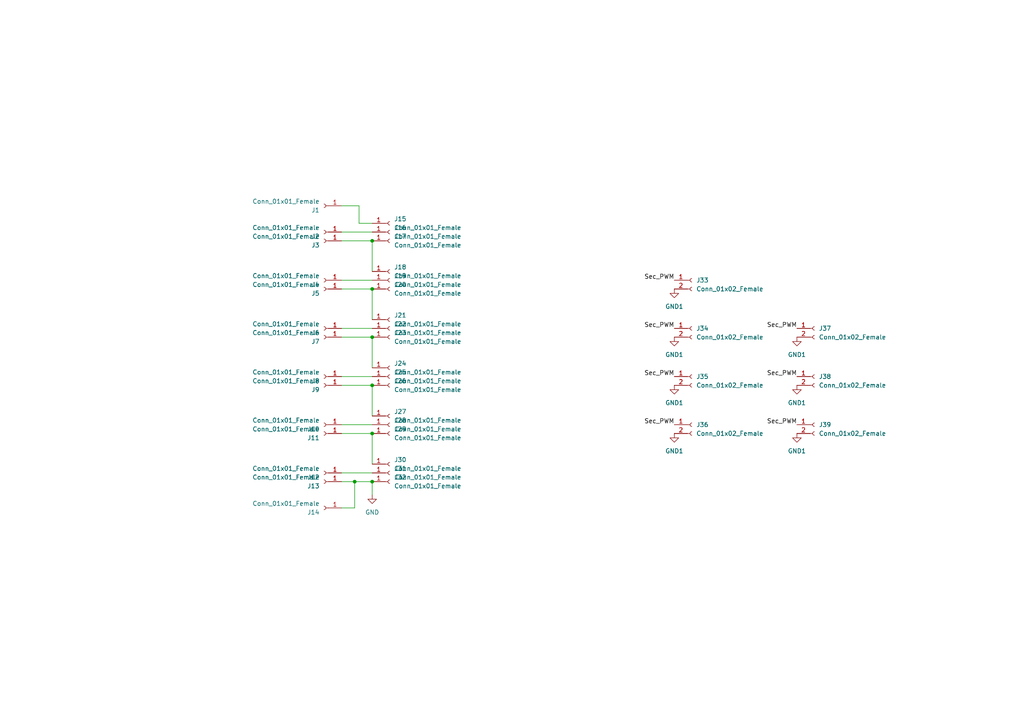
<source format=kicad_sch>
(kicad_sch (version 20211123) (generator eeschema)

  (uuid 9f8381e9-3077-4453-a480-a01ad9c1a940)

  (paper "A4")

  (lib_symbols
    (symbol "Connector:Conn_01x01_Female" (pin_names (offset 1.016) hide) (in_bom yes) (on_board yes)
      (property "Reference" "J" (id 0) (at 0 2.54 0)
        (effects (font (size 1.27 1.27)))
      )
      (property "Value" "Conn_01x01_Female" (id 1) (at 0 -2.54 0)
        (effects (font (size 1.27 1.27)))
      )
      (property "Footprint" "" (id 2) (at 0 0 0)
        (effects (font (size 1.27 1.27)) hide)
      )
      (property "Datasheet" "~" (id 3) (at 0 0 0)
        (effects (font (size 1.27 1.27)) hide)
      )
      (property "ki_keywords" "connector" (id 4) (at 0 0 0)
        (effects (font (size 1.27 1.27)) hide)
      )
      (property "ki_description" "Generic connector, single row, 01x01, script generated (kicad-library-utils/schlib/autogen/connector/)" (id 5) (at 0 0 0)
        (effects (font (size 1.27 1.27)) hide)
      )
      (property "ki_fp_filters" "Connector*:*" (id 6) (at 0 0 0)
        (effects (font (size 1.27 1.27)) hide)
      )
      (symbol "Conn_01x01_Female_1_1"
        (polyline
          (pts
            (xy -1.27 0)
            (xy -0.508 0)
          )
          (stroke (width 0.1524) (type default) (color 0 0 0 0))
          (fill (type none))
        )
        (arc (start 0 0.508) (mid -0.508 0) (end 0 -0.508)
          (stroke (width 0.1524) (type default) (color 0 0 0 0))
          (fill (type none))
        )
        (pin passive line (at -5.08 0 0) (length 3.81)
          (name "Pin_1" (effects (font (size 1.27 1.27))))
          (number "1" (effects (font (size 1.27 1.27))))
        )
      )
    )
    (symbol "Connector:Conn_01x02_Female" (pin_names (offset 1.016) hide) (in_bom yes) (on_board yes)
      (property "Reference" "J" (id 0) (at 0 2.54 0)
        (effects (font (size 1.27 1.27)))
      )
      (property "Value" "Conn_01x02_Female" (id 1) (at 0 -5.08 0)
        (effects (font (size 1.27 1.27)))
      )
      (property "Footprint" "" (id 2) (at 0 0 0)
        (effects (font (size 1.27 1.27)) hide)
      )
      (property "Datasheet" "~" (id 3) (at 0 0 0)
        (effects (font (size 1.27 1.27)) hide)
      )
      (property "ki_keywords" "connector" (id 4) (at 0 0 0)
        (effects (font (size 1.27 1.27)) hide)
      )
      (property "ki_description" "Generic connector, single row, 01x02, script generated (kicad-library-utils/schlib/autogen/connector/)" (id 5) (at 0 0 0)
        (effects (font (size 1.27 1.27)) hide)
      )
      (property "ki_fp_filters" "Connector*:*_1x??_*" (id 6) (at 0 0 0)
        (effects (font (size 1.27 1.27)) hide)
      )
      (symbol "Conn_01x02_Female_1_1"
        (arc (start 0 -2.032) (mid -0.508 -2.54) (end 0 -3.048)
          (stroke (width 0.1524) (type default) (color 0 0 0 0))
          (fill (type none))
        )
        (polyline
          (pts
            (xy -1.27 -2.54)
            (xy -0.508 -2.54)
          )
          (stroke (width 0.1524) (type default) (color 0 0 0 0))
          (fill (type none))
        )
        (polyline
          (pts
            (xy -1.27 0)
            (xy -0.508 0)
          )
          (stroke (width 0.1524) (type default) (color 0 0 0 0))
          (fill (type none))
        )
        (arc (start 0 0.508) (mid -0.508 0) (end 0 -0.508)
          (stroke (width 0.1524) (type default) (color 0 0 0 0))
          (fill (type none))
        )
        (pin passive line (at -5.08 0 0) (length 3.81)
          (name "Pin_1" (effects (font (size 1.27 1.27))))
          (number "1" (effects (font (size 1.27 1.27))))
        )
        (pin passive line (at -5.08 -2.54 0) (length 3.81)
          (name "Pin_2" (effects (font (size 1.27 1.27))))
          (number "2" (effects (font (size 1.27 1.27))))
        )
      )
    )
    (symbol "power:GND" (power) (pin_names (offset 0)) (in_bom yes) (on_board yes)
      (property "Reference" "#PWR" (id 0) (at 0 -6.35 0)
        (effects (font (size 1.27 1.27)) hide)
      )
      (property "Value" "GND" (id 1) (at 0 -3.81 0)
        (effects (font (size 1.27 1.27)))
      )
      (property "Footprint" "" (id 2) (at 0 0 0)
        (effects (font (size 1.27 1.27)) hide)
      )
      (property "Datasheet" "" (id 3) (at 0 0 0)
        (effects (font (size 1.27 1.27)) hide)
      )
      (property "ki_keywords" "power-flag" (id 4) (at 0 0 0)
        (effects (font (size 1.27 1.27)) hide)
      )
      (property "ki_description" "Power symbol creates a global label with name \"GND\" , ground" (id 5) (at 0 0 0)
        (effects (font (size 1.27 1.27)) hide)
      )
      (symbol "GND_0_1"
        (polyline
          (pts
            (xy 0 0)
            (xy 0 -1.27)
            (xy 1.27 -1.27)
            (xy 0 -2.54)
            (xy -1.27 -1.27)
            (xy 0 -1.27)
          )
          (stroke (width 0) (type default) (color 0 0 0 0))
          (fill (type none))
        )
      )
      (symbol "GND_1_1"
        (pin power_in line (at 0 0 270) (length 0) hide
          (name "GND" (effects (font (size 1.27 1.27))))
          (number "1" (effects (font (size 1.27 1.27))))
        )
      )
    )
    (symbol "power:GND1" (power) (pin_names (offset 0)) (in_bom yes) (on_board yes)
      (property "Reference" "#PWR" (id 0) (at 0 -6.35 0)
        (effects (font (size 1.27 1.27)) hide)
      )
      (property "Value" "GND1" (id 1) (at 0 -3.81 0)
        (effects (font (size 1.27 1.27)))
      )
      (property "Footprint" "" (id 2) (at 0 0 0)
        (effects (font (size 1.27 1.27)) hide)
      )
      (property "Datasheet" "" (id 3) (at 0 0 0)
        (effects (font (size 1.27 1.27)) hide)
      )
      (property "ki_keywords" "power-flag" (id 4) (at 0 0 0)
        (effects (font (size 1.27 1.27)) hide)
      )
      (property "ki_description" "Power symbol creates a global label with name \"GND1\" , ground" (id 5) (at 0 0 0)
        (effects (font (size 1.27 1.27)) hide)
      )
      (symbol "GND1_0_1"
        (polyline
          (pts
            (xy 0 0)
            (xy 0 -1.27)
            (xy 1.27 -1.27)
            (xy 0 -2.54)
            (xy -1.27 -1.27)
            (xy 0 -1.27)
          )
          (stroke (width 0) (type default) (color 0 0 0 0))
          (fill (type none))
        )
      )
      (symbol "GND1_1_1"
        (pin power_in line (at 0 0 270) (length 0) hide
          (name "GND1" (effects (font (size 1.27 1.27))))
          (number "1" (effects (font (size 1.27 1.27))))
        )
      )
    )
  )

  (junction (at 107.95 139.7) (diameter 0) (color 0 0 0 0)
    (uuid 06ea5c99-d4c4-44d1-86a6-063c7176d7ae)
  )
  (junction (at 107.95 69.85) (diameter 0) (color 0 0 0 0)
    (uuid 23b63769-5395-4863-96ad-dbd260947c9c)
  )
  (junction (at 107.95 83.82) (diameter 0) (color 0 0 0 0)
    (uuid 666dba2c-4efa-4a66-9951-5efeced613c3)
  )
  (junction (at 107.95 111.76) (diameter 0) (color 0 0 0 0)
    (uuid 6741e6e7-c347-44bb-b5e2-68d3011f17f3)
  )
  (junction (at 107.95 97.79) (diameter 0) (color 0 0 0 0)
    (uuid 98822ddd-c5ea-4039-954a-b97b69276182)
  )
  (junction (at 107.95 125.73) (diameter 0) (color 0 0 0 0)
    (uuid a6a61410-bf20-4c4a-bac1-603674236755)
  )
  (junction (at 102.87 139.7) (diameter 0) (color 0 0 0 0)
    (uuid ddbfbf66-e8fc-4292-ac81-d5ebfd547190)
  )

  (wire (pts (xy 107.95 125.73) (xy 107.95 134.62))
    (stroke (width 0) (type default) (color 0 0 0 0))
    (uuid 18fb2632-7fd7-4f04-b983-95e9ce11c3b9)
  )
  (wire (pts (xy 107.95 139.7) (xy 107.95 143.51))
    (stroke (width 0) (type default) (color 0 0 0 0))
    (uuid 2959642b-0efd-4e0b-9906-0bb1534e765f)
  )
  (wire (pts (xy 102.87 147.32) (xy 102.87 139.7))
    (stroke (width 0) (type default) (color 0 0 0 0))
    (uuid 3d127091-af90-4fe7-9a25-596f763c87ca)
  )
  (wire (pts (xy 99.06 83.82) (xy 107.95 83.82))
    (stroke (width 0) (type default) (color 0 0 0 0))
    (uuid 4334cdb7-ed8c-4501-8722-9a4d683234ce)
  )
  (wire (pts (xy 104.14 64.77) (xy 107.95 64.77))
    (stroke (width 0) (type default) (color 0 0 0 0))
    (uuid 51008698-a486-46c4-ba92-2a8fe74d7320)
  )
  (wire (pts (xy 99.06 67.31) (xy 107.95 67.31))
    (stroke (width 0) (type default) (color 0 0 0 0))
    (uuid 6b1d2bb4-e07d-457a-8332-a57b8b4363ef)
  )
  (wire (pts (xy 107.95 111.76) (xy 107.95 120.65))
    (stroke (width 0) (type default) (color 0 0 0 0))
    (uuid 72f9e38e-6b7e-45ee-b753-0f0440199cea)
  )
  (wire (pts (xy 99.06 111.76) (xy 107.95 111.76))
    (stroke (width 0) (type default) (color 0 0 0 0))
    (uuid 7706cab0-89a9-4600-953d-f68c0d23871a)
  )
  (wire (pts (xy 99.06 147.32) (xy 102.87 147.32))
    (stroke (width 0) (type default) (color 0 0 0 0))
    (uuid 7e2b732b-9548-4f88-a4a9-420d273196e7)
  )
  (wire (pts (xy 99.06 59.69) (xy 104.14 59.69))
    (stroke (width 0) (type default) (color 0 0 0 0))
    (uuid 896f1db5-e407-4dbc-9e73-68edceaa30cb)
  )
  (wire (pts (xy 99.06 69.85) (xy 107.95 69.85))
    (stroke (width 0) (type default) (color 0 0 0 0))
    (uuid 8f3ecacd-dd72-4dec-a677-60562c10093a)
  )
  (wire (pts (xy 99.06 109.22) (xy 107.95 109.22))
    (stroke (width 0) (type default) (color 0 0 0 0))
    (uuid 91e6c723-73d2-4a89-a3ae-c6157f4a21b0)
  )
  (wire (pts (xy 99.06 125.73) (xy 107.95 125.73))
    (stroke (width 0) (type default) (color 0 0 0 0))
    (uuid 999b7601-6ef8-4e44-a7d7-8e91c1baa2a3)
  )
  (wire (pts (xy 99.06 123.19) (xy 107.95 123.19))
    (stroke (width 0) (type default) (color 0 0 0 0))
    (uuid 9a62ebeb-2d9f-47b4-b43c-b1ade73005ae)
  )
  (wire (pts (xy 99.06 81.28) (xy 107.95 81.28))
    (stroke (width 0) (type default) (color 0 0 0 0))
    (uuid 9e8d8f17-87d8-4b2e-93fe-716fa5e1b184)
  )
  (wire (pts (xy 107.95 97.79) (xy 107.95 106.68))
    (stroke (width 0) (type default) (color 0 0 0 0))
    (uuid ad5566bc-3ca1-4f5f-adc8-57db32930298)
  )
  (wire (pts (xy 99.06 139.7) (xy 102.87 139.7))
    (stroke (width 0) (type default) (color 0 0 0 0))
    (uuid bb36a3d7-ffb8-4b0c-9f34-d38e8733dfb4)
  )
  (wire (pts (xy 107.95 69.85) (xy 107.95 78.74))
    (stroke (width 0) (type default) (color 0 0 0 0))
    (uuid c1a012f8-e349-48f0-a8fc-180968e4b3d2)
  )
  (wire (pts (xy 102.87 139.7) (xy 107.95 139.7))
    (stroke (width 0) (type default) (color 0 0 0 0))
    (uuid d969d1ee-9c0f-4ca9-a310-49ba60a0ab55)
  )
  (wire (pts (xy 99.06 137.16) (xy 107.95 137.16))
    (stroke (width 0) (type default) (color 0 0 0 0))
    (uuid da02eab4-f125-4368-9e3c-c02d2cb40dfa)
  )
  (wire (pts (xy 99.06 95.25) (xy 107.95 95.25))
    (stroke (width 0) (type default) (color 0 0 0 0))
    (uuid df1c6888-096e-43b7-8747-1f9f0140ea87)
  )
  (wire (pts (xy 107.95 83.82) (xy 107.95 92.71))
    (stroke (width 0) (type default) (color 0 0 0 0))
    (uuid ec0dc155-2a3b-4578-bed2-6d39a29c3601)
  )
  (wire (pts (xy 99.06 97.79) (xy 107.95 97.79))
    (stroke (width 0) (type default) (color 0 0 0 0))
    (uuid f42ace10-3bb8-405a-a461-136cbaa435a7)
  )
  (wire (pts (xy 104.14 59.69) (xy 104.14 64.77))
    (stroke (width 0) (type default) (color 0 0 0 0))
    (uuid f5141d55-9ea2-48d8-b641-d4f15b670b2a)
  )

  (label "Sec_PWM" (at 195.58 95.25 180)
    (effects (font (size 1.27 1.27)) (justify right bottom))
    (uuid 050dd68d-43f9-42ba-887c-ce4349f862d2)
  )
  (label "Sec_PWM" (at 195.58 109.22 180)
    (effects (font (size 1.27 1.27)) (justify right bottom))
    (uuid 4cd3fc73-024c-49f3-9c7b-efcf178d4bf7)
  )
  (label "Sec_PWM" (at 231.14 109.22 180)
    (effects (font (size 1.27 1.27)) (justify right bottom))
    (uuid 56657517-29d4-4d85-8cb3-ea012fbfb647)
  )
  (label "Sec_PWM" (at 195.58 81.28 180)
    (effects (font (size 1.27 1.27)) (justify right bottom))
    (uuid 8b40eb8b-0228-47cc-a951-c868c92cad9d)
  )
  (label "Sec_PWM" (at 195.58 123.19 180)
    (effects (font (size 1.27 1.27)) (justify right bottom))
    (uuid ac9dce3d-3e0e-40bc-ba22-41a6f8525cae)
  )
  (label "Sec_PWM" (at 231.14 95.25 180)
    (effects (font (size 1.27 1.27)) (justify right bottom))
    (uuid dc62daf0-3252-4c7c-9783-525c6b70871c)
  )
  (label "Sec_PWM" (at 231.14 123.19 180)
    (effects (font (size 1.27 1.27)) (justify right bottom))
    (uuid f6e1e9c2-9061-483d-a0ce-2f41aa2e99bc)
  )

  (symbol (lib_id "power:GND1") (at 231.14 97.79 0) (unit 1)
    (in_bom yes) (on_board yes) (fields_autoplaced)
    (uuid 06d6d6e3-0bb3-4904-891e-3fd520809911)
    (property "Reference" "#PWR06" (id 0) (at 231.14 104.14 0)
      (effects (font (size 1.27 1.27)) hide)
    )
    (property "Value" "GND1" (id 1) (at 231.14 102.87 0))
    (property "Footprint" "" (id 2) (at 231.14 97.79 0)
      (effects (font (size 1.27 1.27)) hide)
    )
    (property "Datasheet" "" (id 3) (at 231.14 97.79 0)
      (effects (font (size 1.27 1.27)) hide)
    )
    (pin "1" (uuid cc3eceed-fe59-4c05-b501-b1382faad797))
  )

  (symbol (lib_id "Connector:Conn_01x02_Female") (at 200.66 81.28 0) (unit 1)
    (in_bom yes) (on_board yes) (fields_autoplaced)
    (uuid 07fca87f-d691-492e-8985-984ee868cb38)
    (property "Reference" "J33" (id 0) (at 201.93 81.2799 0)
      (effects (font (size 1.27 1.27)) (justify left))
    )
    (property "Value" "Conn_01x02_Female" (id 1) (at 201.93 83.8199 0)
      (effects (font (size 1.27 1.27)) (justify left))
    )
    (property "Footprint" "Connector_PinHeader_2.54mm:PinHeader_1x02_P2.54mm_Vertical" (id 2) (at 200.66 81.28 0)
      (effects (font (size 1.27 1.27)) hide)
    )
    (property "Datasheet" "~" (id 3) (at 200.66 81.28 0)
      (effects (font (size 1.27 1.27)) hide)
    )
    (pin "1" (uuid c4ecd14b-b689-4b96-a3a8-cc5c52a0ace2))
    (pin "2" (uuid 260ac296-c472-4159-a04f-aaa5a21e2d24))
  )

  (symbol (lib_id "power:GND1") (at 195.58 111.76 0) (unit 1)
    (in_bom yes) (on_board yes) (fields_autoplaced)
    (uuid 0e9bcdc6-86c4-4639-88ff-2f29e7e0fb58)
    (property "Reference" "#PWR04" (id 0) (at 195.58 118.11 0)
      (effects (font (size 1.27 1.27)) hide)
    )
    (property "Value" "GND1" (id 1) (at 195.58 116.84 0))
    (property "Footprint" "" (id 2) (at 195.58 111.76 0)
      (effects (font (size 1.27 1.27)) hide)
    )
    (property "Datasheet" "" (id 3) (at 195.58 111.76 0)
      (effects (font (size 1.27 1.27)) hide)
    )
    (pin "1" (uuid 4801e3bd-080c-4175-be10-cf757ccd91bb))
  )

  (symbol (lib_id "Connector:Conn_01x01_Female") (at 113.03 81.28 0) (unit 1)
    (in_bom yes) (on_board yes) (fields_autoplaced)
    (uuid 11bc81f9-dd2d-46fd-a648-0c46661de489)
    (property "Reference" "J19" (id 0) (at 114.3 80.0099 0)
      (effects (font (size 1.27 1.27)) (justify left))
    )
    (property "Value" "Conn_01x01_Female" (id 1) (at 114.3 82.5499 0)
      (effects (font (size 1.27 1.27)) (justify left))
    )
    (property "Footprint" "Mike's Footprints:VerticalBananaPlug" (id 2) (at 113.03 81.28 0)
      (effects (font (size 1.27 1.27)) hide)
    )
    (property "Datasheet" "~" (id 3) (at 113.03 81.28 0)
      (effects (font (size 1.27 1.27)) hide)
    )
    (pin "1" (uuid d05178fe-de67-4f92-b7c4-55f98cf3bb4f))
  )

  (symbol (lib_id "Connector:Conn_01x01_Female") (at 113.03 78.74 0) (unit 1)
    (in_bom yes) (on_board yes) (fields_autoplaced)
    (uuid 19e98346-9ff5-4780-a0ff-39b8bda9823d)
    (property "Reference" "J18" (id 0) (at 114.3 77.4699 0)
      (effects (font (size 1.27 1.27)) (justify left))
    )
    (property "Value" "Conn_01x01_Female" (id 1) (at 114.3 80.0099 0)
      (effects (font (size 1.27 1.27)) (justify left))
    )
    (property "Footprint" "Mike's Footprints:VerticalBananaPlug" (id 2) (at 113.03 78.74 0)
      (effects (font (size 1.27 1.27)) hide)
    )
    (property "Datasheet" "~" (id 3) (at 113.03 78.74 0)
      (effects (font (size 1.27 1.27)) hide)
    )
    (pin "1" (uuid 17a38d5c-9d96-45b6-a9d3-b3620484bc7b))
  )

  (symbol (lib_id "Connector:Conn_01x01_Female") (at 93.98 137.16 180) (unit 1)
    (in_bom yes) (on_board yes) (fields_autoplaced)
    (uuid 21b41bb9-1e1a-4729-8006-028a33b1565b)
    (property "Reference" "J12" (id 0) (at 92.71 138.4301 0)
      (effects (font (size 1.27 1.27)) (justify left))
    )
    (property "Value" "Conn_01x01_Female" (id 1) (at 92.71 135.8901 0)
      (effects (font (size 1.27 1.27)) (justify left))
    )
    (property "Footprint" "Mike's Footprints:deltronconnector" (id 2) (at 93.98 137.16 0)
      (effects (font (size 1.27 1.27)) hide)
    )
    (property "Datasheet" "~" (id 3) (at 93.98 137.16 0)
      (effects (font (size 1.27 1.27)) hide)
    )
    (pin "1" (uuid 4583ba84-2e64-40e4-ace1-b5b09a5060e7))
  )

  (symbol (lib_id "Connector:Conn_01x01_Female") (at 93.98 109.22 180) (unit 1)
    (in_bom yes) (on_board yes) (fields_autoplaced)
    (uuid 2236a7b1-cb66-4a74-92a4-712e60358a6e)
    (property "Reference" "J8" (id 0) (at 92.71 110.4901 0)
      (effects (font (size 1.27 1.27)) (justify left))
    )
    (property "Value" "Conn_01x01_Female" (id 1) (at 92.71 107.9501 0)
      (effects (font (size 1.27 1.27)) (justify left))
    )
    (property "Footprint" "Mike's Footprints:deltronconnector" (id 2) (at 93.98 109.22 0)
      (effects (font (size 1.27 1.27)) hide)
    )
    (property "Datasheet" "~" (id 3) (at 93.98 109.22 0)
      (effects (font (size 1.27 1.27)) hide)
    )
    (pin "1" (uuid 9f7b4366-c5ee-4a95-8615-d6b372537eb3))
  )

  (symbol (lib_id "Connector:Conn_01x01_Female") (at 113.03 134.62 0) (unit 1)
    (in_bom yes) (on_board yes) (fields_autoplaced)
    (uuid 2af28fc1-2f30-4db1-b090-de42e01ffee7)
    (property "Reference" "J30" (id 0) (at 114.3 133.3499 0)
      (effects (font (size 1.27 1.27)) (justify left))
    )
    (property "Value" "Conn_01x01_Female" (id 1) (at 114.3 135.8899 0)
      (effects (font (size 1.27 1.27)) (justify left))
    )
    (property "Footprint" "Mike's Footprints:VerticalBananaPlug" (id 2) (at 113.03 134.62 0)
      (effects (font (size 1.27 1.27)) hide)
    )
    (property "Datasheet" "~" (id 3) (at 113.03 134.62 0)
      (effects (font (size 1.27 1.27)) hide)
    )
    (pin "1" (uuid db055c7d-b99a-4187-ae98-4dbacd1cabe2))
  )

  (symbol (lib_id "Connector:Conn_01x01_Female") (at 93.98 59.69 180) (unit 1)
    (in_bom yes) (on_board yes) (fields_autoplaced)
    (uuid 2df5e10c-5f65-441d-8fe9-cb63a6b46c79)
    (property "Reference" "J1" (id 0) (at 92.71 60.9601 0)
      (effects (font (size 1.27 1.27)) (justify left))
    )
    (property "Value" "Conn_01x01_Female" (id 1) (at 92.71 58.4201 0)
      (effects (font (size 1.27 1.27)) (justify left))
    )
    (property "Footprint" "Mike's Footprints:deltronconnector" (id 2) (at 93.98 59.69 0)
      (effects (font (size 1.27 1.27)) hide)
    )
    (property "Datasheet" "~" (id 3) (at 93.98 59.69 0)
      (effects (font (size 1.27 1.27)) hide)
    )
    (pin "1" (uuid 8cadffe3-c707-48a1-a398-509c7baa316a))
  )

  (symbol (lib_id "power:GND1") (at 195.58 125.73 0) (unit 1)
    (in_bom yes) (on_board yes) (fields_autoplaced)
    (uuid 39a10fc8-631b-4d65-a8b5-e458bc57a7ce)
    (property "Reference" "#PWR05" (id 0) (at 195.58 132.08 0)
      (effects (font (size 1.27 1.27)) hide)
    )
    (property "Value" "GND1" (id 1) (at 195.58 130.81 0))
    (property "Footprint" "" (id 2) (at 195.58 125.73 0)
      (effects (font (size 1.27 1.27)) hide)
    )
    (property "Datasheet" "" (id 3) (at 195.58 125.73 0)
      (effects (font (size 1.27 1.27)) hide)
    )
    (pin "1" (uuid 0d5815f6-28a9-467e-b51f-2cbe47189f59))
  )

  (symbol (lib_id "Connector:Conn_01x02_Female") (at 200.66 109.22 0) (unit 1)
    (in_bom yes) (on_board yes) (fields_autoplaced)
    (uuid 3cf0d890-850f-4254-b868-6133311ecf09)
    (property "Reference" "J35" (id 0) (at 201.93 109.2199 0)
      (effects (font (size 1.27 1.27)) (justify left))
    )
    (property "Value" "Conn_01x02_Female" (id 1) (at 201.93 111.7599 0)
      (effects (font (size 1.27 1.27)) (justify left))
    )
    (property "Footprint" "Connector_PinHeader_2.54mm:PinHeader_1x02_P2.54mm_Vertical" (id 2) (at 200.66 109.22 0)
      (effects (font (size 1.27 1.27)) hide)
    )
    (property "Datasheet" "~" (id 3) (at 200.66 109.22 0)
      (effects (font (size 1.27 1.27)) hide)
    )
    (pin "1" (uuid f4b99cd5-243c-4f87-887c-ef15e80e1030))
    (pin "2" (uuid 68c7db8a-b9c2-47e0-964d-e89a83dbb0e5))
  )

  (symbol (lib_id "Connector:Conn_01x01_Female") (at 93.98 83.82 180) (unit 1)
    (in_bom yes) (on_board yes) (fields_autoplaced)
    (uuid 46d33b08-4a76-411a-bf9c-0edcf308e9ee)
    (property "Reference" "J5" (id 0) (at 92.71 85.0901 0)
      (effects (font (size 1.27 1.27)) (justify left))
    )
    (property "Value" "Conn_01x01_Female" (id 1) (at 92.71 82.5501 0)
      (effects (font (size 1.27 1.27)) (justify left))
    )
    (property "Footprint" "Mike's Footprints:deltronconnector" (id 2) (at 93.98 83.82 0)
      (effects (font (size 1.27 1.27)) hide)
    )
    (property "Datasheet" "~" (id 3) (at 93.98 83.82 0)
      (effects (font (size 1.27 1.27)) hide)
    )
    (pin "1" (uuid 42401028-0456-4e29-8554-355b9e737c71))
  )

  (symbol (lib_id "Connector:Conn_01x01_Female") (at 93.98 95.25 180) (unit 1)
    (in_bom yes) (on_board yes) (fields_autoplaced)
    (uuid 49aaf9e5-88d6-4945-838a-25b353b9df60)
    (property "Reference" "J6" (id 0) (at 92.71 96.5201 0)
      (effects (font (size 1.27 1.27)) (justify left))
    )
    (property "Value" "Conn_01x01_Female" (id 1) (at 92.71 93.9801 0)
      (effects (font (size 1.27 1.27)) (justify left))
    )
    (property "Footprint" "Mike's Footprints:deltronconnector" (id 2) (at 93.98 95.25 0)
      (effects (font (size 1.27 1.27)) hide)
    )
    (property "Datasheet" "~" (id 3) (at 93.98 95.25 0)
      (effects (font (size 1.27 1.27)) hide)
    )
    (pin "1" (uuid b0297cac-6a68-4fc5-89b5-2aa11a8cad60))
  )

  (symbol (lib_id "Connector:Conn_01x02_Female") (at 236.22 109.22 0) (unit 1)
    (in_bom yes) (on_board yes) (fields_autoplaced)
    (uuid 52501762-6c05-4a65-b0f8-ea45863630b1)
    (property "Reference" "J38" (id 0) (at 237.49 109.2199 0)
      (effects (font (size 1.27 1.27)) (justify left))
    )
    (property "Value" "Conn_01x02_Female" (id 1) (at 237.49 111.7599 0)
      (effects (font (size 1.27 1.27)) (justify left))
    )
    (property "Footprint" "Connector_PinHeader_2.54mm:PinHeader_1x02_P2.54mm_Vertical" (id 2) (at 236.22 109.22 0)
      (effects (font (size 1.27 1.27)) hide)
    )
    (property "Datasheet" "~" (id 3) (at 236.22 109.22 0)
      (effects (font (size 1.27 1.27)) hide)
    )
    (pin "1" (uuid 22b63e0d-f11c-46a0-b2d0-b08207a579ff))
    (pin "2" (uuid 043b7806-1e59-4f7a-9ca8-a5735f329018))
  )

  (symbol (lib_id "Connector:Conn_01x01_Female") (at 113.03 83.82 0) (unit 1)
    (in_bom yes) (on_board yes) (fields_autoplaced)
    (uuid 58feb6f0-f92c-43ab-9bfd-1cda9d9c2cdd)
    (property "Reference" "J20" (id 0) (at 114.3 82.5499 0)
      (effects (font (size 1.27 1.27)) (justify left))
    )
    (property "Value" "Conn_01x01_Female" (id 1) (at 114.3 85.0899 0)
      (effects (font (size 1.27 1.27)) (justify left))
    )
    (property "Footprint" "Mike's Footprints:VerticalBananaPlug" (id 2) (at 113.03 83.82 0)
      (effects (font (size 1.27 1.27)) hide)
    )
    (property "Datasheet" "~" (id 3) (at 113.03 83.82 0)
      (effects (font (size 1.27 1.27)) hide)
    )
    (pin "1" (uuid 2556c191-788e-4d61-8c3b-05091b953499))
  )

  (symbol (lib_id "Connector:Conn_01x02_Female") (at 236.22 95.25 0) (unit 1)
    (in_bom yes) (on_board yes) (fields_autoplaced)
    (uuid 5ba3860d-22af-43a6-baaa-272e262a31c1)
    (property "Reference" "J37" (id 0) (at 237.49 95.2499 0)
      (effects (font (size 1.27 1.27)) (justify left))
    )
    (property "Value" "Conn_01x02_Female" (id 1) (at 237.49 97.7899 0)
      (effects (font (size 1.27 1.27)) (justify left))
    )
    (property "Footprint" "Connector_PinHeader_2.54mm:PinHeader_1x02_P2.54mm_Vertical" (id 2) (at 236.22 95.25 0)
      (effects (font (size 1.27 1.27)) hide)
    )
    (property "Datasheet" "~" (id 3) (at 236.22 95.25 0)
      (effects (font (size 1.27 1.27)) hide)
    )
    (pin "1" (uuid 5c5896ef-ad0a-48d0-9b6b-92af80139dac))
    (pin "2" (uuid e518ccda-59c8-442d-bf0f-da1af9ec9ebb))
  )

  (symbol (lib_id "Connector:Conn_01x01_Female") (at 113.03 111.76 0) (unit 1)
    (in_bom yes) (on_board yes) (fields_autoplaced)
    (uuid 5c1af89e-9217-40c2-9e2e-d6deb8e39e5e)
    (property "Reference" "J26" (id 0) (at 114.3 110.4899 0)
      (effects (font (size 1.27 1.27)) (justify left))
    )
    (property "Value" "Conn_01x01_Female" (id 1) (at 114.3 113.0299 0)
      (effects (font (size 1.27 1.27)) (justify left))
    )
    (property "Footprint" "Mike's Footprints:VerticalBananaPlug" (id 2) (at 113.03 111.76 0)
      (effects (font (size 1.27 1.27)) hide)
    )
    (property "Datasheet" "~" (id 3) (at 113.03 111.76 0)
      (effects (font (size 1.27 1.27)) hide)
    )
    (pin "1" (uuid 2ec0341f-a20c-4c5e-b292-56da280e2fb8))
  )

  (symbol (lib_id "power:GND1") (at 195.58 97.79 0) (unit 1)
    (in_bom yes) (on_board yes) (fields_autoplaced)
    (uuid 5f7c67f2-db9c-44db-970f-c0e4d894b065)
    (property "Reference" "#PWR03" (id 0) (at 195.58 104.14 0)
      (effects (font (size 1.27 1.27)) hide)
    )
    (property "Value" "GND1" (id 1) (at 195.58 102.87 0))
    (property "Footprint" "" (id 2) (at 195.58 97.79 0)
      (effects (font (size 1.27 1.27)) hide)
    )
    (property "Datasheet" "" (id 3) (at 195.58 97.79 0)
      (effects (font (size 1.27 1.27)) hide)
    )
    (pin "1" (uuid 9963b5bb-de52-412d-beb1-8ae6c5881b4f))
  )

  (symbol (lib_id "Connector:Conn_01x01_Female") (at 93.98 125.73 180) (unit 1)
    (in_bom yes) (on_board yes) (fields_autoplaced)
    (uuid 5f97827f-c36d-47fb-b3b4-3d9bc5c240ba)
    (property "Reference" "J11" (id 0) (at 92.71 127.0001 0)
      (effects (font (size 1.27 1.27)) (justify left))
    )
    (property "Value" "Conn_01x01_Female" (id 1) (at 92.71 124.4601 0)
      (effects (font (size 1.27 1.27)) (justify left))
    )
    (property "Footprint" "Mike's Footprints:deltronconnector" (id 2) (at 93.98 125.73 0)
      (effects (font (size 1.27 1.27)) hide)
    )
    (property "Datasheet" "~" (id 3) (at 93.98 125.73 0)
      (effects (font (size 1.27 1.27)) hide)
    )
    (pin "1" (uuid 7d935433-23a4-4a5b-b4b9-283e3ee03f82))
  )

  (symbol (lib_id "Connector:Conn_01x01_Female") (at 93.98 139.7 180) (unit 1)
    (in_bom yes) (on_board yes) (fields_autoplaced)
    (uuid 66aa1dc2-6c20-4846-8013-16872c6e8878)
    (property "Reference" "J13" (id 0) (at 92.71 140.9701 0)
      (effects (font (size 1.27 1.27)) (justify left))
    )
    (property "Value" "Conn_01x01_Female" (id 1) (at 92.71 138.4301 0)
      (effects (font (size 1.27 1.27)) (justify left))
    )
    (property "Footprint" "Mike's Footprints:deltronconnector" (id 2) (at 93.98 139.7 0)
      (effects (font (size 1.27 1.27)) hide)
    )
    (property "Datasheet" "~" (id 3) (at 93.98 139.7 0)
      (effects (font (size 1.27 1.27)) hide)
    )
    (pin "1" (uuid 68d13077-5597-409f-bf15-e221db320e5e))
  )

  (symbol (lib_id "Connector:Conn_01x01_Female") (at 113.03 92.71 0) (unit 1)
    (in_bom yes) (on_board yes) (fields_autoplaced)
    (uuid 6ad79578-4822-43e7-8e71-026aa23b409e)
    (property "Reference" "J21" (id 0) (at 114.3 91.4399 0)
      (effects (font (size 1.27 1.27)) (justify left))
    )
    (property "Value" "Conn_01x01_Female" (id 1) (at 114.3 93.9799 0)
      (effects (font (size 1.27 1.27)) (justify left))
    )
    (property "Footprint" "Mike's Footprints:VerticalBananaPlug" (id 2) (at 113.03 92.71 0)
      (effects (font (size 1.27 1.27)) hide)
    )
    (property "Datasheet" "~" (id 3) (at 113.03 92.71 0)
      (effects (font (size 1.27 1.27)) hide)
    )
    (pin "1" (uuid 33991a98-bf26-442d-a9f0-6e5723f155b6))
  )

  (symbol (lib_id "Connector:Conn_01x01_Female") (at 113.03 139.7 0) (unit 1)
    (in_bom yes) (on_board yes) (fields_autoplaced)
    (uuid 6e802396-92ef-4a8f-bb58-6947dd9f37e2)
    (property "Reference" "J32" (id 0) (at 114.3 138.4299 0)
      (effects (font (size 1.27 1.27)) (justify left))
    )
    (property "Value" "Conn_01x01_Female" (id 1) (at 114.3 140.9699 0)
      (effects (font (size 1.27 1.27)) (justify left))
    )
    (property "Footprint" "Mike's Footprints:VerticalBananaPlug" (id 2) (at 113.03 139.7 0)
      (effects (font (size 1.27 1.27)) hide)
    )
    (property "Datasheet" "~" (id 3) (at 113.03 139.7 0)
      (effects (font (size 1.27 1.27)) hide)
    )
    (pin "1" (uuid 26d95cf9-7f7b-4e62-bdf3-e6feb4a14edd))
  )

  (symbol (lib_id "Connector:Conn_01x01_Female") (at 93.98 67.31 180) (unit 1)
    (in_bom yes) (on_board yes) (fields_autoplaced)
    (uuid 7c2008c8-0626-4a09-a873-065e83502a0e)
    (property "Reference" "J2" (id 0) (at 92.71 68.5801 0)
      (effects (font (size 1.27 1.27)) (justify left))
    )
    (property "Value" "Conn_01x01_Female" (id 1) (at 92.71 66.0401 0)
      (effects (font (size 1.27 1.27)) (justify left))
    )
    (property "Footprint" "Mike's Footprints:deltronconnector" (id 2) (at 93.98 67.31 0)
      (effects (font (size 1.27 1.27)) hide)
    )
    (property "Datasheet" "~" (id 3) (at 93.98 67.31 0)
      (effects (font (size 1.27 1.27)) hide)
    )
    (pin "1" (uuid f2480d0c-9b08-4037-9175-b2369af04d4c))
  )

  (symbol (lib_id "Connector:Conn_01x02_Female") (at 200.66 123.19 0) (unit 1)
    (in_bom yes) (on_board yes) (fields_autoplaced)
    (uuid 80809718-b952-4cca-a3cd-be3cdf48010f)
    (property "Reference" "J36" (id 0) (at 201.93 123.1899 0)
      (effects (font (size 1.27 1.27)) (justify left))
    )
    (property "Value" "Conn_01x02_Female" (id 1) (at 201.93 125.7299 0)
      (effects (font (size 1.27 1.27)) (justify left))
    )
    (property "Footprint" "Connector_PinHeader_2.54mm:PinHeader_1x02_P2.54mm_Vertical" (id 2) (at 200.66 123.19 0)
      (effects (font (size 1.27 1.27)) hide)
    )
    (property "Datasheet" "~" (id 3) (at 200.66 123.19 0)
      (effects (font (size 1.27 1.27)) hide)
    )
    (pin "1" (uuid 2e19170e-6195-4bcc-a2c8-6b2d101cc492))
    (pin "2" (uuid f9316bab-8f65-416f-b65e-8b4b0d330be3))
  )

  (symbol (lib_id "Connector:Conn_01x01_Female") (at 113.03 125.73 0) (unit 1)
    (in_bom yes) (on_board yes) (fields_autoplaced)
    (uuid 83422465-3d4e-48ba-a2cf-0de414f82311)
    (property "Reference" "J29" (id 0) (at 114.3 124.4599 0)
      (effects (font (size 1.27 1.27)) (justify left))
    )
    (property "Value" "Conn_01x01_Female" (id 1) (at 114.3 126.9999 0)
      (effects (font (size 1.27 1.27)) (justify left))
    )
    (property "Footprint" "Mike's Footprints:VerticalBananaPlug" (id 2) (at 113.03 125.73 0)
      (effects (font (size 1.27 1.27)) hide)
    )
    (property "Datasheet" "~" (id 3) (at 113.03 125.73 0)
      (effects (font (size 1.27 1.27)) hide)
    )
    (pin "1" (uuid 38cfdd19-c1b0-4278-a746-3f318ce073c8))
  )

  (symbol (lib_id "Connector:Conn_01x01_Female") (at 113.03 137.16 0) (unit 1)
    (in_bom yes) (on_board yes) (fields_autoplaced)
    (uuid 8403089b-df03-4e53-80af-130cafecee54)
    (property "Reference" "J31" (id 0) (at 114.3 135.8899 0)
      (effects (font (size 1.27 1.27)) (justify left))
    )
    (property "Value" "Conn_01x01_Female" (id 1) (at 114.3 138.4299 0)
      (effects (font (size 1.27 1.27)) (justify left))
    )
    (property "Footprint" "Mike's Footprints:VerticalBananaPlug" (id 2) (at 113.03 137.16 0)
      (effects (font (size 1.27 1.27)) hide)
    )
    (property "Datasheet" "~" (id 3) (at 113.03 137.16 0)
      (effects (font (size 1.27 1.27)) hide)
    )
    (pin "1" (uuid 09535cde-9ba2-41fd-bb26-86cd9c93b7a7))
  )

  (symbol (lib_id "Connector:Conn_01x01_Female") (at 113.03 67.31 0) (unit 1)
    (in_bom yes) (on_board yes) (fields_autoplaced)
    (uuid 8be8d604-5f9c-4c81-a719-cae6d25dfadc)
    (property "Reference" "J16" (id 0) (at 114.3 66.0399 0)
      (effects (font (size 1.27 1.27)) (justify left))
    )
    (property "Value" "Conn_01x01_Female" (id 1) (at 114.3 68.5799 0)
      (effects (font (size 1.27 1.27)) (justify left))
    )
    (property "Footprint" "Mike's Footprints:VerticalBananaPlug" (id 2) (at 113.03 67.31 0)
      (effects (font (size 1.27 1.27)) hide)
    )
    (property "Datasheet" "~" (id 3) (at 113.03 67.31 0)
      (effects (font (size 1.27 1.27)) hide)
    )
    (pin "1" (uuid fd4efd5f-cfec-44b2-af2d-0803b79fdf25))
  )

  (symbol (lib_id "Connector:Conn_01x01_Female") (at 93.98 111.76 180) (unit 1)
    (in_bom yes) (on_board yes) (fields_autoplaced)
    (uuid 8e7ca6fb-b20f-4688-bbf7-5429b8ca80d7)
    (property "Reference" "J9" (id 0) (at 92.71 113.0301 0)
      (effects (font (size 1.27 1.27)) (justify left))
    )
    (property "Value" "Conn_01x01_Female" (id 1) (at 92.71 110.4901 0)
      (effects (font (size 1.27 1.27)) (justify left))
    )
    (property "Footprint" "Mike's Footprints:deltronconnector" (id 2) (at 93.98 111.76 0)
      (effects (font (size 1.27 1.27)) hide)
    )
    (property "Datasheet" "~" (id 3) (at 93.98 111.76 0)
      (effects (font (size 1.27 1.27)) hide)
    )
    (pin "1" (uuid fef10b0d-d3fa-4710-a58c-0281d7ba26c0))
  )

  (symbol (lib_id "power:GND1") (at 195.58 83.82 0) (unit 1)
    (in_bom yes) (on_board yes) (fields_autoplaced)
    (uuid 917fa17f-9e45-4adb-a9b6-5f1dad819f0a)
    (property "Reference" "#PWR02" (id 0) (at 195.58 90.17 0)
      (effects (font (size 1.27 1.27)) hide)
    )
    (property "Value" "GND1" (id 1) (at 195.58 88.9 0))
    (property "Footprint" "" (id 2) (at 195.58 83.82 0)
      (effects (font (size 1.27 1.27)) hide)
    )
    (property "Datasheet" "" (id 3) (at 195.58 83.82 0)
      (effects (font (size 1.27 1.27)) hide)
    )
    (pin "1" (uuid 4651030e-bd5a-4365-933e-34a45e71d19e))
  )

  (symbol (lib_id "Connector:Conn_01x01_Female") (at 93.98 69.85 180) (unit 1)
    (in_bom yes) (on_board yes) (fields_autoplaced)
    (uuid 9a9d0f27-659c-4a5d-89da-a015ce1d23c4)
    (property "Reference" "J3" (id 0) (at 92.71 71.1201 0)
      (effects (font (size 1.27 1.27)) (justify left))
    )
    (property "Value" "Conn_01x01_Female" (id 1) (at 92.71 68.5801 0)
      (effects (font (size 1.27 1.27)) (justify left))
    )
    (property "Footprint" "Mike's Footprints:deltronconnector" (id 2) (at 93.98 69.85 0)
      (effects (font (size 1.27 1.27)) hide)
    )
    (property "Datasheet" "~" (id 3) (at 93.98 69.85 0)
      (effects (font (size 1.27 1.27)) hide)
    )
    (pin "1" (uuid 98f621bd-392a-4c02-bdb2-60d66a436c13))
  )

  (symbol (lib_id "Connector:Conn_01x02_Female") (at 236.22 123.19 0) (unit 1)
    (in_bom yes) (on_board yes) (fields_autoplaced)
    (uuid 9b997b04-fbae-4834-a03b-031dcbd867a9)
    (property "Reference" "J39" (id 0) (at 237.49 123.1899 0)
      (effects (font (size 1.27 1.27)) (justify left))
    )
    (property "Value" "Conn_01x02_Female" (id 1) (at 237.49 125.7299 0)
      (effects (font (size 1.27 1.27)) (justify left))
    )
    (property "Footprint" "Connector_PinHeader_2.54mm:PinHeader_1x02_P2.54mm_Vertical" (id 2) (at 236.22 123.19 0)
      (effects (font (size 1.27 1.27)) hide)
    )
    (property "Datasheet" "~" (id 3) (at 236.22 123.19 0)
      (effects (font (size 1.27 1.27)) hide)
    )
    (pin "1" (uuid e51d2d96-0aa6-434b-92ff-e66e487b1f0d))
    (pin "2" (uuid 7a75f90d-4836-4b1a-8f36-dac2526f3fbd))
  )

  (symbol (lib_id "Connector:Conn_01x01_Female") (at 93.98 123.19 180) (unit 1)
    (in_bom yes) (on_board yes) (fields_autoplaced)
    (uuid b017db9a-60ef-464a-bea4-ca004744d62a)
    (property "Reference" "J10" (id 0) (at 92.71 124.4601 0)
      (effects (font (size 1.27 1.27)) (justify left))
    )
    (property "Value" "Conn_01x01_Female" (id 1) (at 92.71 121.9201 0)
      (effects (font (size 1.27 1.27)) (justify left))
    )
    (property "Footprint" "Mike's Footprints:deltronconnector" (id 2) (at 93.98 123.19 0)
      (effects (font (size 1.27 1.27)) hide)
    )
    (property "Datasheet" "~" (id 3) (at 93.98 123.19 0)
      (effects (font (size 1.27 1.27)) hide)
    )
    (pin "1" (uuid 4e5756a3-e81f-4e5b-a742-d51cd01ec2fb))
  )

  (symbol (lib_id "power:GND1") (at 231.14 125.73 0) (unit 1)
    (in_bom yes) (on_board yes) (fields_autoplaced)
    (uuid b13ec6aa-ced8-41c3-a177-f5f5e220aa52)
    (property "Reference" "#PWR08" (id 0) (at 231.14 132.08 0)
      (effects (font (size 1.27 1.27)) hide)
    )
    (property "Value" "GND1" (id 1) (at 231.14 130.81 0))
    (property "Footprint" "" (id 2) (at 231.14 125.73 0)
      (effects (font (size 1.27 1.27)) hide)
    )
    (property "Datasheet" "" (id 3) (at 231.14 125.73 0)
      (effects (font (size 1.27 1.27)) hide)
    )
    (pin "1" (uuid 6c3ce6af-6581-49de-9e44-109535b22e0f))
  )

  (symbol (lib_id "Connector:Conn_01x01_Female") (at 113.03 64.77 0) (unit 1)
    (in_bom yes) (on_board yes) (fields_autoplaced)
    (uuid b49dd248-bf55-43b8-9e9e-35e83514fb8e)
    (property "Reference" "J15" (id 0) (at 114.3 63.4999 0)
      (effects (font (size 1.27 1.27)) (justify left))
    )
    (property "Value" "Conn_01x01_Female" (id 1) (at 114.3 66.0399 0)
      (effects (font (size 1.27 1.27)) (justify left))
    )
    (property "Footprint" "Mike's Footprints:VerticalBananaPlug" (id 2) (at 113.03 64.77 0)
      (effects (font (size 1.27 1.27)) hide)
    )
    (property "Datasheet" "~" (id 3) (at 113.03 64.77 0)
      (effects (font (size 1.27 1.27)) hide)
    )
    (pin "1" (uuid a2c67058-00e4-454c-bf23-5e8a5244f767))
  )

  (symbol (lib_id "Connector:Conn_01x01_Female") (at 113.03 97.79 0) (unit 1)
    (in_bom yes) (on_board yes) (fields_autoplaced)
    (uuid b892d887-783e-4e48-9024-77035baf5ebc)
    (property "Reference" "J23" (id 0) (at 114.3 96.5199 0)
      (effects (font (size 1.27 1.27)) (justify left))
    )
    (property "Value" "Conn_01x01_Female" (id 1) (at 114.3 99.0599 0)
      (effects (font (size 1.27 1.27)) (justify left))
    )
    (property "Footprint" "Mike's Footprints:VerticalBananaPlug" (id 2) (at 113.03 97.79 0)
      (effects (font (size 1.27 1.27)) hide)
    )
    (property "Datasheet" "~" (id 3) (at 113.03 97.79 0)
      (effects (font (size 1.27 1.27)) hide)
    )
    (pin "1" (uuid 929094ad-2341-4370-a00d-c9ff6ef03788))
  )

  (symbol (lib_id "Connector:Conn_01x01_Female") (at 113.03 95.25 0) (unit 1)
    (in_bom yes) (on_board yes) (fields_autoplaced)
    (uuid bb272167-1d38-48e9-b2df-fe4b998586cf)
    (property "Reference" "J22" (id 0) (at 114.3 93.9799 0)
      (effects (font (size 1.27 1.27)) (justify left))
    )
    (property "Value" "Conn_01x01_Female" (id 1) (at 114.3 96.5199 0)
      (effects (font (size 1.27 1.27)) (justify left))
    )
    (property "Footprint" "Mike's Footprints:VerticalBananaPlug" (id 2) (at 113.03 95.25 0)
      (effects (font (size 1.27 1.27)) hide)
    )
    (property "Datasheet" "~" (id 3) (at 113.03 95.25 0)
      (effects (font (size 1.27 1.27)) hide)
    )
    (pin "1" (uuid acb9ce60-a3ad-438f-9692-7df7af66bb88))
  )

  (symbol (lib_id "Connector:Conn_01x01_Female") (at 113.03 109.22 0) (unit 1)
    (in_bom yes) (on_board yes) (fields_autoplaced)
    (uuid c0d8fd72-2961-4bbf-961e-110aafbb09bd)
    (property "Reference" "J25" (id 0) (at 114.3 107.9499 0)
      (effects (font (size 1.27 1.27)) (justify left))
    )
    (property "Value" "Conn_01x01_Female" (id 1) (at 114.3 110.4899 0)
      (effects (font (size 1.27 1.27)) (justify left))
    )
    (property "Footprint" "Mike's Footprints:VerticalBananaPlug" (id 2) (at 113.03 109.22 0)
      (effects (font (size 1.27 1.27)) hide)
    )
    (property "Datasheet" "~" (id 3) (at 113.03 109.22 0)
      (effects (font (size 1.27 1.27)) hide)
    )
    (pin "1" (uuid 562be946-8178-45ec-a010-d39d7f623c15))
  )

  (symbol (lib_id "Connector:Conn_01x01_Female") (at 113.03 120.65 0) (unit 1)
    (in_bom yes) (on_board yes) (fields_autoplaced)
    (uuid ca4714d3-1123-43f8-ae6c-bf1d534857cc)
    (property "Reference" "J27" (id 0) (at 114.3 119.3799 0)
      (effects (font (size 1.27 1.27)) (justify left))
    )
    (property "Value" "Conn_01x01_Female" (id 1) (at 114.3 121.9199 0)
      (effects (font (size 1.27 1.27)) (justify left))
    )
    (property "Footprint" "Mike's Footprints:VerticalBananaPlug" (id 2) (at 113.03 120.65 0)
      (effects (font (size 1.27 1.27)) hide)
    )
    (property "Datasheet" "~" (id 3) (at 113.03 120.65 0)
      (effects (font (size 1.27 1.27)) hide)
    )
    (pin "1" (uuid 4bff5555-3e83-4818-a71e-b0c74b34c21f))
  )

  (symbol (lib_id "Connector:Conn_01x01_Female") (at 93.98 97.79 180) (unit 1)
    (in_bom yes) (on_board yes) (fields_autoplaced)
    (uuid cfce927e-3248-4d81-8247-6fe1704275b0)
    (property "Reference" "J7" (id 0) (at 92.71 99.0601 0)
      (effects (font (size 1.27 1.27)) (justify left))
    )
    (property "Value" "Conn_01x01_Female" (id 1) (at 92.71 96.5201 0)
      (effects (font (size 1.27 1.27)) (justify left))
    )
    (property "Footprint" "Mike's Footprints:deltronconnector" (id 2) (at 93.98 97.79 0)
      (effects (font (size 1.27 1.27)) hide)
    )
    (property "Datasheet" "~" (id 3) (at 93.98 97.79 0)
      (effects (font (size 1.27 1.27)) hide)
    )
    (pin "1" (uuid 58fe842d-873f-468f-9956-bd476900f59a))
  )

  (symbol (lib_id "Connector:Conn_01x01_Female") (at 113.03 123.19 0) (unit 1)
    (in_bom yes) (on_board yes) (fields_autoplaced)
    (uuid d5fe5cee-3c23-4d6f-b44b-f4c2ca547e7a)
    (property "Reference" "J28" (id 0) (at 114.3 121.9199 0)
      (effects (font (size 1.27 1.27)) (justify left))
    )
    (property "Value" "Conn_01x01_Female" (id 1) (at 114.3 124.4599 0)
      (effects (font (size 1.27 1.27)) (justify left))
    )
    (property "Footprint" "Mike's Footprints:VerticalBananaPlug" (id 2) (at 113.03 123.19 0)
      (effects (font (size 1.27 1.27)) hide)
    )
    (property "Datasheet" "~" (id 3) (at 113.03 123.19 0)
      (effects (font (size 1.27 1.27)) hide)
    )
    (pin "1" (uuid 755431c6-1f0f-4272-9db7-891d3d9ada0b))
  )

  (symbol (lib_id "Connector:Conn_01x01_Female") (at 113.03 69.85 0) (unit 1)
    (in_bom yes) (on_board yes) (fields_autoplaced)
    (uuid d7419199-80cd-4ec8-90a7-c7841f41c706)
    (property "Reference" "J17" (id 0) (at 114.3 68.5799 0)
      (effects (font (size 1.27 1.27)) (justify left))
    )
    (property "Value" "Conn_01x01_Female" (id 1) (at 114.3 71.1199 0)
      (effects (font (size 1.27 1.27)) (justify left))
    )
    (property "Footprint" "Mike's Footprints:VerticalBananaPlug" (id 2) (at 113.03 69.85 0)
      (effects (font (size 1.27 1.27)) hide)
    )
    (property "Datasheet" "~" (id 3) (at 113.03 69.85 0)
      (effects (font (size 1.27 1.27)) hide)
    )
    (pin "1" (uuid fa167c12-ae03-4911-9142-b7a91aabddca))
  )

  (symbol (lib_id "Connector:Conn_01x01_Female") (at 113.03 106.68 0) (unit 1)
    (in_bom yes) (on_board yes) (fields_autoplaced)
    (uuid eac0966b-248f-458a-98d9-ec9107f5bdc2)
    (property "Reference" "J24" (id 0) (at 114.3 105.4099 0)
      (effects (font (size 1.27 1.27)) (justify left))
    )
    (property "Value" "Conn_01x01_Female" (id 1) (at 114.3 107.9499 0)
      (effects (font (size 1.27 1.27)) (justify left))
    )
    (property "Footprint" "Mike's Footprints:VerticalBananaPlug" (id 2) (at 113.03 106.68 0)
      (effects (font (size 1.27 1.27)) hide)
    )
    (property "Datasheet" "~" (id 3) (at 113.03 106.68 0)
      (effects (font (size 1.27 1.27)) hide)
    )
    (pin "1" (uuid 1d9c4ee6-5e84-44e4-b0f4-cb5b64f47ace))
  )

  (symbol (lib_id "Connector:Conn_01x01_Female") (at 93.98 147.32 180) (unit 1)
    (in_bom yes) (on_board yes) (fields_autoplaced)
    (uuid edcb20be-a49d-483c-a4cf-5723fcd1ea2b)
    (property "Reference" "J14" (id 0) (at 92.71 148.5901 0)
      (effects (font (size 1.27 1.27)) (justify left))
    )
    (property "Value" "Conn_01x01_Female" (id 1) (at 92.71 146.0501 0)
      (effects (font (size 1.27 1.27)) (justify left))
    )
    (property "Footprint" "Mike's Footprints:deltronconnector" (id 2) (at 93.98 147.32 0)
      (effects (font (size 1.27 1.27)) hide)
    )
    (property "Datasheet" "~" (id 3) (at 93.98 147.32 0)
      (effects (font (size 1.27 1.27)) hide)
    )
    (pin "1" (uuid 52810e4e-e17b-44b4-a340-dfe0eb849331))
  )

  (symbol (lib_id "power:GND") (at 107.95 143.51 0) (unit 1)
    (in_bom yes) (on_board yes) (fields_autoplaced)
    (uuid eec1d0e0-f13d-4847-ab9b-06f81c6f3eb3)
    (property "Reference" "#PWR01" (id 0) (at 107.95 149.86 0)
      (effects (font (size 1.27 1.27)) hide)
    )
    (property "Value" "GND" (id 1) (at 107.95 148.59 0))
    (property "Footprint" "" (id 2) (at 107.95 143.51 0)
      (effects (font (size 1.27 1.27)) hide)
    )
    (property "Datasheet" "" (id 3) (at 107.95 143.51 0)
      (effects (font (size 1.27 1.27)) hide)
    )
    (pin "1" (uuid f63829d0-b0b2-43d7-81b4-a46e43292e9b))
  )

  (symbol (lib_id "Connector:Conn_01x01_Female") (at 93.98 81.28 180) (unit 1)
    (in_bom yes) (on_board yes) (fields_autoplaced)
    (uuid f38a4a75-7070-4046-8b8f-a3d9429f8674)
    (property "Reference" "J4" (id 0) (at 92.71 82.5501 0)
      (effects (font (size 1.27 1.27)) (justify left))
    )
    (property "Value" "Conn_01x01_Female" (id 1) (at 92.71 80.0101 0)
      (effects (font (size 1.27 1.27)) (justify left))
    )
    (property "Footprint" "Mike's Footprints:deltronconnector" (id 2) (at 93.98 81.28 0)
      (effects (font (size 1.27 1.27)) hide)
    )
    (property "Datasheet" "~" (id 3) (at 93.98 81.28 0)
      (effects (font (size 1.27 1.27)) hide)
    )
    (pin "1" (uuid 4f24e42f-dd2f-4d59-b46b-f9f2780ed857))
  )

  (symbol (lib_id "Connector:Conn_01x02_Female") (at 200.66 95.25 0) (unit 1)
    (in_bom yes) (on_board yes) (fields_autoplaced)
    (uuid f8ae2471-cb2a-454b-b4c1-6caacd2411df)
    (property "Reference" "J34" (id 0) (at 201.93 95.2499 0)
      (effects (font (size 1.27 1.27)) (justify left))
    )
    (property "Value" "Conn_01x02_Female" (id 1) (at 201.93 97.7899 0)
      (effects (font (size 1.27 1.27)) (justify left))
    )
    (property "Footprint" "Connector_PinHeader_2.54mm:PinHeader_1x02_P2.54mm_Vertical" (id 2) (at 200.66 95.25 0)
      (effects (font (size 1.27 1.27)) hide)
    )
    (property "Datasheet" "~" (id 3) (at 200.66 95.25 0)
      (effects (font (size 1.27 1.27)) hide)
    )
    (pin "1" (uuid ac325e51-96f6-4806-bd8f-f40eed027670))
    (pin "2" (uuid 591d194c-7ec2-4181-805b-d5040559df47))
  )

  (symbol (lib_id "power:GND1") (at 231.14 111.76 0) (unit 1)
    (in_bom yes) (on_board yes) (fields_autoplaced)
    (uuid f98f2c6a-e3f7-401f-8e3b-0c8a6fd43728)
    (property "Reference" "#PWR07" (id 0) (at 231.14 118.11 0)
      (effects (font (size 1.27 1.27)) hide)
    )
    (property "Value" "GND1" (id 1) (at 231.14 116.84 0))
    (property "Footprint" "" (id 2) (at 231.14 111.76 0)
      (effects (font (size 1.27 1.27)) hide)
    )
    (property "Datasheet" "" (id 3) (at 231.14 111.76 0)
      (effects (font (size 1.27 1.27)) hide)
    )
    (pin "1" (uuid 1345de97-1181-453d-9f92-76ba3f3c1d57))
  )

  (sheet_instances
    (path "/" (page "1"))
  )

  (symbol_instances
    (path "/eec1d0e0-f13d-4847-ab9b-06f81c6f3eb3"
      (reference "#PWR01") (unit 1) (value "GND") (footprint "")
    )
    (path "/917fa17f-9e45-4adb-a9b6-5f1dad819f0a"
      (reference "#PWR02") (unit 1) (value "GND1") (footprint "")
    )
    (path "/5f7c67f2-db9c-44db-970f-c0e4d894b065"
      (reference "#PWR03") (unit 1) (value "GND1") (footprint "")
    )
    (path "/0e9bcdc6-86c4-4639-88ff-2f29e7e0fb58"
      (reference "#PWR04") (unit 1) (value "GND1") (footprint "")
    )
    (path "/39a10fc8-631b-4d65-a8b5-e458bc57a7ce"
      (reference "#PWR05") (unit 1) (value "GND1") (footprint "")
    )
    (path "/06d6d6e3-0bb3-4904-891e-3fd520809911"
      (reference "#PWR06") (unit 1) (value "GND1") (footprint "")
    )
    (path "/f98f2c6a-e3f7-401f-8e3b-0c8a6fd43728"
      (reference "#PWR07") (unit 1) (value "GND1") (footprint "")
    )
    (path "/b13ec6aa-ced8-41c3-a177-f5f5e220aa52"
      (reference "#PWR08") (unit 1) (value "GND1") (footprint "")
    )
    (path "/2df5e10c-5f65-441d-8fe9-cb63a6b46c79"
      (reference "J1") (unit 1) (value "Conn_01x01_Female") (footprint "Mike's Footprints:deltronconnector")
    )
    (path "/7c2008c8-0626-4a09-a873-065e83502a0e"
      (reference "J2") (unit 1) (value "Conn_01x01_Female") (footprint "Mike's Footprints:deltronconnector")
    )
    (path "/9a9d0f27-659c-4a5d-89da-a015ce1d23c4"
      (reference "J3") (unit 1) (value "Conn_01x01_Female") (footprint "Mike's Footprints:deltronconnector")
    )
    (path "/f38a4a75-7070-4046-8b8f-a3d9429f8674"
      (reference "J4") (unit 1) (value "Conn_01x01_Female") (footprint "Mike's Footprints:deltronconnector")
    )
    (path "/46d33b08-4a76-411a-bf9c-0edcf308e9ee"
      (reference "J5") (unit 1) (value "Conn_01x01_Female") (footprint "Mike's Footprints:deltronconnector")
    )
    (path "/49aaf9e5-88d6-4945-838a-25b353b9df60"
      (reference "J6") (unit 1) (value "Conn_01x01_Female") (footprint "Mike's Footprints:deltronconnector")
    )
    (path "/cfce927e-3248-4d81-8247-6fe1704275b0"
      (reference "J7") (unit 1) (value "Conn_01x01_Female") (footprint "Mike's Footprints:deltronconnector")
    )
    (path "/2236a7b1-cb66-4a74-92a4-712e60358a6e"
      (reference "J8") (unit 1) (value "Conn_01x01_Female") (footprint "Mike's Footprints:deltronconnector")
    )
    (path "/8e7ca6fb-b20f-4688-bbf7-5429b8ca80d7"
      (reference "J9") (unit 1) (value "Conn_01x01_Female") (footprint "Mike's Footprints:deltronconnector")
    )
    (path "/b017db9a-60ef-464a-bea4-ca004744d62a"
      (reference "J10") (unit 1) (value "Conn_01x01_Female") (footprint "Mike's Footprints:deltronconnector")
    )
    (path "/5f97827f-c36d-47fb-b3b4-3d9bc5c240ba"
      (reference "J11") (unit 1) (value "Conn_01x01_Female") (footprint "Mike's Footprints:deltronconnector")
    )
    (path "/21b41bb9-1e1a-4729-8006-028a33b1565b"
      (reference "J12") (unit 1) (value "Conn_01x01_Female") (footprint "Mike's Footprints:deltronconnector")
    )
    (path "/66aa1dc2-6c20-4846-8013-16872c6e8878"
      (reference "J13") (unit 1) (value "Conn_01x01_Female") (footprint "Mike's Footprints:deltronconnector")
    )
    (path "/edcb20be-a49d-483c-a4cf-5723fcd1ea2b"
      (reference "J14") (unit 1) (value "Conn_01x01_Female") (footprint "Mike's Footprints:deltronconnector")
    )
    (path "/b49dd248-bf55-43b8-9e9e-35e83514fb8e"
      (reference "J15") (unit 1) (value "Conn_01x01_Female") (footprint "Mike's Footprints:VerticalBananaPlug")
    )
    (path "/8be8d604-5f9c-4c81-a719-cae6d25dfadc"
      (reference "J16") (unit 1) (value "Conn_01x01_Female") (footprint "Mike's Footprints:VerticalBananaPlug")
    )
    (path "/d7419199-80cd-4ec8-90a7-c7841f41c706"
      (reference "J17") (unit 1) (value "Conn_01x01_Female") (footprint "Mike's Footprints:VerticalBananaPlug")
    )
    (path "/19e98346-9ff5-4780-a0ff-39b8bda9823d"
      (reference "J18") (unit 1) (value "Conn_01x01_Female") (footprint "Mike's Footprints:VerticalBananaPlug")
    )
    (path "/11bc81f9-dd2d-46fd-a648-0c46661de489"
      (reference "J19") (unit 1) (value "Conn_01x01_Female") (footprint "Mike's Footprints:VerticalBananaPlug")
    )
    (path "/58feb6f0-f92c-43ab-9bfd-1cda9d9c2cdd"
      (reference "J20") (unit 1) (value "Conn_01x01_Female") (footprint "Mike's Footprints:VerticalBananaPlug")
    )
    (path "/6ad79578-4822-43e7-8e71-026aa23b409e"
      (reference "J21") (unit 1) (value "Conn_01x01_Female") (footprint "Mike's Footprints:VerticalBananaPlug")
    )
    (path "/bb272167-1d38-48e9-b2df-fe4b998586cf"
      (reference "J22") (unit 1) (value "Conn_01x01_Female") (footprint "Mike's Footprints:VerticalBananaPlug")
    )
    (path "/b892d887-783e-4e48-9024-77035baf5ebc"
      (reference "J23") (unit 1) (value "Conn_01x01_Female") (footprint "Mike's Footprints:VerticalBananaPlug")
    )
    (path "/eac0966b-248f-458a-98d9-ec9107f5bdc2"
      (reference "J24") (unit 1) (value "Conn_01x01_Female") (footprint "Mike's Footprints:VerticalBananaPlug")
    )
    (path "/c0d8fd72-2961-4bbf-961e-110aafbb09bd"
      (reference "J25") (unit 1) (value "Conn_01x01_Female") (footprint "Mike's Footprints:VerticalBananaPlug")
    )
    (path "/5c1af89e-9217-40c2-9e2e-d6deb8e39e5e"
      (reference "J26") (unit 1) (value "Conn_01x01_Female") (footprint "Mike's Footprints:VerticalBananaPlug")
    )
    (path "/ca4714d3-1123-43f8-ae6c-bf1d534857cc"
      (reference "J27") (unit 1) (value "Conn_01x01_Female") (footprint "Mike's Footprints:VerticalBananaPlug")
    )
    (path "/d5fe5cee-3c23-4d6f-b44b-f4c2ca547e7a"
      (reference "J28") (unit 1) (value "Conn_01x01_Female") (footprint "Mike's Footprints:VerticalBananaPlug")
    )
    (path "/83422465-3d4e-48ba-a2cf-0de414f82311"
      (reference "J29") (unit 1) (value "Conn_01x01_Female") (footprint "Mike's Footprints:VerticalBananaPlug")
    )
    (path "/2af28fc1-2f30-4db1-b090-de42e01ffee7"
      (reference "J30") (unit 1) (value "Conn_01x01_Female") (footprint "Mike's Footprints:VerticalBananaPlug")
    )
    (path "/8403089b-df03-4e53-80af-130cafecee54"
      (reference "J31") (unit 1) (value "Conn_01x01_Female") (footprint "Mike's Footprints:VerticalBananaPlug")
    )
    (path "/6e802396-92ef-4a8f-bb58-6947dd9f37e2"
      (reference "J32") (unit 1) (value "Conn_01x01_Female") (footprint "Mike's Footprints:VerticalBananaPlug")
    )
    (path "/07fca87f-d691-492e-8985-984ee868cb38"
      (reference "J33") (unit 1) (value "Conn_01x02_Female") (footprint "Connector_PinHeader_2.54mm:PinHeader_1x02_P2.54mm_Vertical")
    )
    (path "/f8ae2471-cb2a-454b-b4c1-6caacd2411df"
      (reference "J34") (unit 1) (value "Conn_01x02_Female") (footprint "Connector_PinHeader_2.54mm:PinHeader_1x02_P2.54mm_Vertical")
    )
    (path "/3cf0d890-850f-4254-b868-6133311ecf09"
      (reference "J35") (unit 1) (value "Conn_01x02_Female") (footprint "Connector_PinHeader_2.54mm:PinHeader_1x02_P2.54mm_Vertical")
    )
    (path "/80809718-b952-4cca-a3cd-be3cdf48010f"
      (reference "J36") (unit 1) (value "Conn_01x02_Female") (footprint "Connector_PinHeader_2.54mm:PinHeader_1x02_P2.54mm_Vertical")
    )
    (path "/5ba3860d-22af-43a6-baaa-272e262a31c1"
      (reference "J37") (unit 1) (value "Conn_01x02_Female") (footprint "Connector_PinHeader_2.54mm:PinHeader_1x02_P2.54mm_Vertical")
    )
    (path "/52501762-6c05-4a65-b0f8-ea45863630b1"
      (reference "J38") (unit 1) (value "Conn_01x02_Female") (footprint "Connector_PinHeader_2.54mm:PinHeader_1x02_P2.54mm_Vertical")
    )
    (path "/9b997b04-fbae-4834-a03b-031dcbd867a9"
      (reference "J39") (unit 1) (value "Conn_01x02_Female") (footprint "Connector_PinHeader_2.54mm:PinHeader_1x02_P2.54mm_Vertical")
    )
  )
)

</source>
